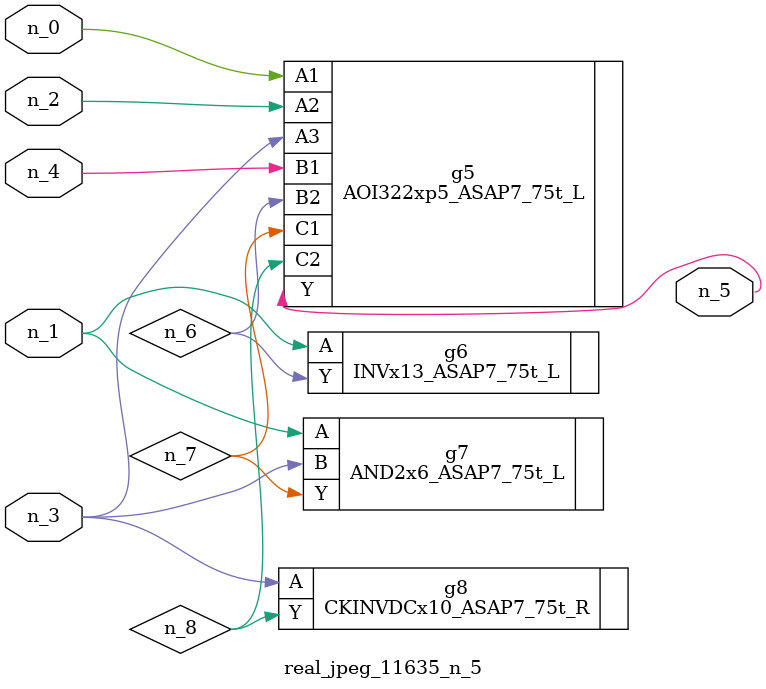
<source format=v>
module real_jpeg_11635_n_5 (n_4, n_0, n_1, n_2, n_3, n_5);

input n_4;
input n_0;
input n_1;
input n_2;
input n_3;

output n_5;

wire n_8;
wire n_6;
wire n_7;

AOI322xp5_ASAP7_75t_L g5 ( 
.A1(n_0),
.A2(n_2),
.A3(n_3),
.B1(n_4),
.B2(n_6),
.C1(n_7),
.C2(n_8),
.Y(n_5)
);

INVx13_ASAP7_75t_L g6 ( 
.A(n_1),
.Y(n_6)
);

AND2x6_ASAP7_75t_L g7 ( 
.A(n_1),
.B(n_3),
.Y(n_7)
);

CKINVDCx10_ASAP7_75t_R g8 ( 
.A(n_3),
.Y(n_8)
);


endmodule
</source>
